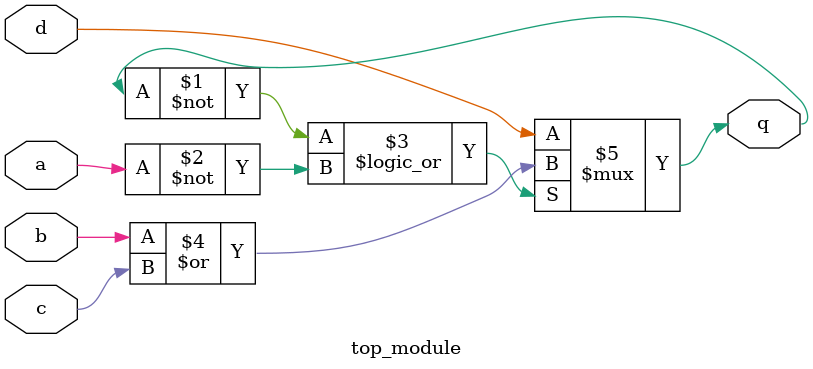
<source format=sv>
module top_module (
	input a, 
	input b, 
	input c, 
	input d,
	output q
);

	assign q = (q == 0 || a == 0) ? b | c : d;

endmodule

</source>
